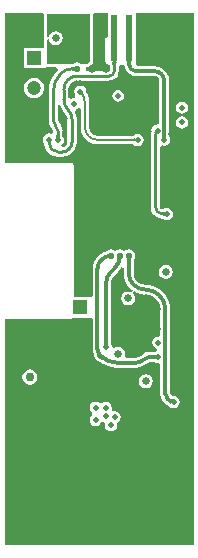
<source format=gbl>
G04*
G04 #@! TF.GenerationSoftware,Altium Limited,Altium Designer,21.0.8 (223)*
G04*
G04 Layer_Physical_Order=4*
G04 Layer_Color=16711680*
%FSLAX24Y24*%
%MOIN*%
G70*
G04*
G04 #@! TF.SameCoordinates,0C60853F-5807-4D95-8285-97C70BD38C20*
G04*
G04*
G04 #@! TF.FilePolarity,Positive*
G04*
G01*
G75*
%ADD14C,0.0080*%
%ADD15C,0.0100*%
%ADD17C,0.0295*%
%ADD34R,0.0236X0.1575*%
%ADD63C,0.0160*%
%ADD65C,0.0200*%
%ADD69C,0.0120*%
%ADD70C,0.0472*%
%ADD71R,0.0472X0.0472*%
%ADD72R,0.0492X0.0492*%
%ADD73C,0.0492*%
%ADD74C,0.0200*%
%ADD75C,0.0197*%
%ADD76C,0.0260*%
%ADD77C,0.0320*%
%ADD78C,0.0157*%
%ADD79C,0.0220*%
G36*
X282Y16908D02*
X202Y16900D01*
X197Y16925D01*
Y16113D01*
X206Y16096D01*
X250Y16024D01*
X282D01*
Y16002D01*
X341D01*
X343Y15992D01*
X347Y15941D01*
Y15787D01*
X346D01*
X344Y15783D01*
X339Y15781D01*
Y15779D01*
X-433D01*
Y15922D01*
X-408D01*
X-398Y15924D01*
X-388D01*
X-378Y15927D01*
X-369Y15929D01*
X-360Y15935D01*
X-351Y15939D01*
X-344Y15946D01*
X-336Y15952D01*
X-333Y15956D01*
X-282Y15990D01*
X-276Y15991D01*
X-268Y15996D01*
X-258Y16000D01*
X-251Y16007D01*
X-243Y16013D01*
X-237Y16021D01*
X-235Y16024D01*
X-197D01*
Y17065D01*
X-213Y17075D01*
Y17677D01*
X-139Y17717D01*
X282D01*
Y16908D01*
D02*
G37*
G36*
X-315Y16085D02*
X-326Y16083D01*
X-402Y16032D01*
X-408Y16024D01*
X-594D01*
X-654Y16064D01*
X-736Y16080D01*
X-818Y16064D01*
X-879Y16024D01*
X-1732D01*
Y16840D01*
X-1682Y16845D01*
X-1673Y16800D01*
X-1623Y16724D01*
X-1546Y16673D01*
X-1457Y16655D01*
X-1367Y16673D01*
X-1291Y16724D01*
X-1240Y16800D01*
X-1222Y16890D01*
X-1240Y16980D01*
X-1291Y17056D01*
X-1367Y17106D01*
X-1457Y17124D01*
X-1546Y17106D01*
X-1623Y17056D01*
X-1673Y16980D01*
X-1682Y16935D01*
X-1732Y16940D01*
Y17677D01*
X-315D01*
Y16085D01*
D02*
G37*
G36*
X1092Y16104D02*
X1085Y16101D01*
X1079Y16096D01*
X1074Y16089D01*
X1070Y16080D01*
X1066Y16069D01*
X1064Y16055D01*
X1062Y16040D01*
X1060Y16023D01*
X1060Y16004D01*
X940D01*
X940Y16023D01*
X936Y16055D01*
X934Y16069D01*
X930Y16080D01*
X926Y16089D01*
X921Y16096D01*
X915Y16101D01*
X908Y16104D01*
X901Y16105D01*
X1099D01*
X1092Y16104D01*
D02*
G37*
G36*
X604Y16102D02*
X593Y16096D01*
X583Y16086D01*
X574Y16072D01*
X567Y16054D01*
X561Y16032D01*
X556Y16006D01*
X553Y15976D01*
X550Y15904D01*
X450D01*
X449Y15942D01*
X444Y16006D01*
X439Y16032D01*
X433Y16054D01*
X426Y16072D01*
X417Y16086D01*
X407Y16096D01*
X396Y16102D01*
X383Y16104D01*
X617D01*
X604Y16102D01*
D02*
G37*
G36*
X-827Y15804D02*
X-829Y15806D01*
X-833Y15808D01*
X-837Y15810D01*
X-843Y15812D01*
X-849Y15813D01*
X-857Y15814D01*
X-876Y15816D01*
X-899Y15816D01*
Y15916D01*
X-887Y15916D01*
X-849Y15919D01*
X-843Y15920D01*
X-837Y15922D01*
X-833Y15924D01*
X-829Y15926D01*
X-827Y15928D01*
Y15804D01*
D02*
G37*
G36*
X-536Y15084D02*
X-536Y15076D01*
X-535Y15068D01*
X-534Y15060D01*
X-532Y15052D01*
X-529Y15043D01*
X-526Y15035D01*
X-522Y15026D01*
X-512Y15008D01*
X-575Y14955D01*
X-580Y14963D01*
X-585Y14971D01*
X-591Y14978D01*
X-597Y14983D01*
X-604Y14989D01*
X-611Y14993D01*
X-618Y14996D01*
X-626Y14999D01*
X-634Y15001D01*
X-643Y15002D01*
X-535Y15092D01*
X-536Y15084D01*
D02*
G37*
G36*
X1959Y13704D02*
X1953Y13702D01*
X1948Y13700D01*
X1943Y13697D01*
X1939Y13693D01*
X1935Y13688D01*
X1931Y13682D01*
X1928Y13675D01*
X1926Y13667D01*
X1923Y13658D01*
X1922Y13648D01*
X1833Y13709D01*
X1836Y13720D01*
X1849Y13775D01*
X1849Y13778D01*
X1959Y13704D01*
D02*
G37*
G36*
X2225Y13633D02*
X2228Y13597D01*
X2229Y13591D01*
X2230Y13586D01*
X2232Y13581D01*
X2233Y13578D01*
X2235Y13575D01*
X2095D01*
X2097Y13578D01*
X2099Y13581D01*
X2100Y13586D01*
X2102Y13591D01*
X2103Y13597D01*
X2104Y13613D01*
X2105Y13633D01*
X2105Y13644D01*
X2225D01*
X2225Y13633D01*
D02*
G37*
G36*
X-1328Y13630D02*
X-1326Y13611D01*
X-1325Y13602D01*
X-1323Y13594D01*
X-1321Y13587D01*
X-1318Y13581D01*
X-1315Y13575D01*
X-1312Y13570D01*
X-1308Y13566D01*
X-1448D01*
X-1444Y13570D01*
X-1441Y13575D01*
X-1438Y13581D01*
X-1435Y13587D01*
X-1433Y13594D01*
X-1431Y13602D01*
X-1430Y13611D01*
X-1429Y13620D01*
X-1428Y13641D01*
X-1328D01*
X-1328Y13630D01*
D02*
G37*
G36*
X1208Y13424D02*
X1202Y13430D01*
X1196Y13435D01*
X1189Y13440D01*
X1181Y13444D01*
X1173Y13447D01*
X1165Y13450D01*
X1156Y13452D01*
X1147Y13453D01*
X1138Y13454D01*
X1128Y13454D01*
Y13534D01*
X1138Y13535D01*
X1147Y13536D01*
X1156Y13537D01*
X1165Y13539D01*
X1173Y13542D01*
X1181Y13545D01*
X1189Y13549D01*
X1196Y13554D01*
X1202Y13559D01*
X1208Y13564D01*
Y13424D01*
D02*
G37*
G36*
X3150Y0D02*
X-3150D01*
X-3150Y7536D01*
X-955D01*
X-916Y7544D01*
X-883Y7566D01*
X-882Y7567D01*
X-303D01*
X-284Y7567D01*
X-223Y7521D01*
Y6539D01*
X-224D01*
X-207Y6409D01*
X-183Y6350D01*
X-183Y6347D01*
X-179Y6340D01*
X-178Y6333D01*
X-163Y6300D01*
X-163Y6299D01*
X-148Y6222D01*
X-104Y6156D01*
X-38Y6112D01*
X16Y6102D01*
X37Y6088D01*
X43Y6084D01*
X69Y6063D01*
X235Y5974D01*
X416Y5919D01*
X604Y5901D01*
Y5902D01*
X1217D01*
Y5901D01*
X1362Y5920D01*
X1497Y5976D01*
X1613Y6065D01*
X1613D01*
X1680Y6096D01*
X1686Y6097D01*
X1686Y6097D01*
X1856D01*
X1891Y6073D01*
X1969Y6058D01*
X1980Y6060D01*
X2042Y6009D01*
Y5036D01*
X2041D01*
X2056Y4922D01*
X2100Y4816D01*
X2170Y4725D01*
X2261Y4655D01*
X2287Y4644D01*
X2288Y4643D01*
X2294Y4641D01*
X2300Y4637D01*
X2334Y4622D01*
X2337Y4617D01*
X2403Y4573D01*
X2480Y4558D01*
X2558Y4573D01*
X2623Y4617D01*
X2667Y4683D01*
X2683Y4760D01*
X2667Y4837D01*
X2623Y4903D01*
X2558Y4947D01*
X2480Y4962D01*
X2444Y4955D01*
X2372Y5011D01*
X2368Y5035D01*
X2368Y5036D01*
Y7835D01*
X2369D01*
X2353Y7997D01*
X2305Y8154D01*
X2228Y8298D01*
X2125Y8424D01*
X1998Y8528D01*
X1854Y8605D01*
X1698Y8652D01*
X1535Y8668D01*
Y8668D01*
X1459Y8676D01*
X1435Y8679D01*
X1341Y8718D01*
X1260Y8780D01*
X1198Y8860D01*
X1159Y8954D01*
X1147Y9051D01*
X1147Y9055D01*
Y9502D01*
X1182Y9554D01*
X1198Y9636D01*
X1182Y9718D01*
X1136Y9788D01*
X1066Y9834D01*
X984Y9850D01*
X902Y9834D01*
X837Y9790D01*
X771Y9834D01*
X689Y9850D01*
X607Y9834D01*
X541Y9790D01*
X476Y9834D01*
X394Y9850D01*
X312Y9834D01*
X242Y9788D01*
X239Y9782D01*
X209Y9770D01*
X200Y9767D01*
X193Y9763D01*
X158Y9752D01*
X51Y9695D01*
X-42Y9619D01*
X-119Y9525D01*
X-176Y9418D01*
X-211Y9303D01*
X-223Y9184D01*
X-223Y9182D01*
Y8306D01*
X-284Y8259D01*
X-303Y8259D01*
X-853D01*
Y12631D01*
X-853Y12631D01*
Y12638D01*
X-861Y12677D01*
X-883Y12710D01*
X-916Y12732D01*
X-955Y12740D01*
X-2894Y12740D01*
X-2898Y12739D01*
X-3149Y12740D01*
X-3150Y12815D01*
X-3150Y17717D01*
X-1908D01*
X-1834Y17677D01*
Y16940D01*
X-1831Y16925D01*
X-1830Y16910D01*
X-1827Y16905D01*
X-1826Y16901D01*
X-1819Y16890D01*
X-1826Y16879D01*
X-1827Y16874D01*
X-1830Y16870D01*
X-1831Y16855D01*
X-1834Y16840D01*
Y16569D01*
X-2502D01*
Y15896D01*
X-1829D01*
Y15896D01*
X-1749Y15925D01*
X-1732Y15922D01*
X-1446D01*
X-1385Y15842D01*
X-1389Y15818D01*
X-1517Y15662D01*
X-1612Y15485D01*
X-1671Y15292D01*
X-1690Y15091D01*
X-1688D01*
Y14166D01*
X-1689D01*
X-1675Y14057D01*
X-1632Y13955D01*
X-1565Y13868D01*
Y13868D01*
X-1534Y13801D01*
X-1531Y13787D01*
X-1531Y13786D01*
Y13738D01*
X-1611Y13695D01*
X-1673Y13708D01*
X-1751Y13692D01*
X-1817Y13648D01*
X-1862Y13582D01*
X-1877Y13504D01*
X-1862Y13426D01*
X-1825Y13371D01*
X-1812Y13270D01*
X-1767Y13161D01*
X-1696Y13068D01*
X-1602Y12997D01*
X-1494Y12952D01*
X-1378Y12937D01*
Y12938D01*
X-1235D01*
Y12936D01*
X-1110Y12953D01*
X-993Y13001D01*
X-893Y13078D01*
X-816Y13178D01*
X-768Y13295D01*
X-751Y13420D01*
X-753D01*
Y14183D01*
X-751D01*
X-770Y14328D01*
X-810Y14424D01*
X-775Y14506D01*
X-765Y14515D01*
X-749Y14518D01*
X-695Y14554D01*
X-649Y14541D01*
X-615Y14520D01*
Y13907D01*
X-617D01*
X-598Y13763D01*
X-543Y13628D01*
X-454Y13513D01*
X-339Y13424D01*
X-204Y13369D01*
X-60Y13350D01*
Y13352D01*
X1134D01*
X1135Y13350D01*
X1202Y13306D01*
X1280Y13291D01*
X1358Y13306D01*
X1424Y13350D01*
X1468Y13416D01*
X1483Y13494D01*
X1468Y13572D01*
X1424Y13639D01*
X1358Y13683D01*
X1280Y13698D01*
X1202Y13683D01*
X1135Y13639D01*
X1134Y13637D01*
X-60D01*
X-60Y13637D01*
X-130Y13646D01*
X-195Y13673D01*
X-251Y13716D01*
X-294Y13772D01*
X-321Y13837D01*
X-330Y13907D01*
X-330Y13907D01*
Y14710D01*
X-329D01*
X-342Y14846D01*
X-382Y14977D01*
X-420Y15047D01*
X-422Y15055D01*
X-430Y15070D01*
X-431Y15073D01*
X-432Y15076D01*
X-433Y15078D01*
X-434Y15080D01*
X-434Y15082D01*
X-434Y15082D01*
X-434Y15086D01*
X-434Y15087D01*
X-431Y15102D01*
X-446Y15180D01*
X-491Y15246D01*
X-557Y15290D01*
X-635Y15306D01*
X-713Y15290D01*
X-779Y15246D01*
X-823Y15180D01*
X-839Y15102D01*
X-823Y15024D01*
X-796Y14982D01*
X-814Y14938D01*
X-834Y14906D01*
X-904Y14892D01*
X-948Y14862D01*
X-1019Y14890D01*
X-1028Y14898D01*
Y15172D01*
X-1028Y15173D01*
X-1018Y15250D01*
X-988Y15323D01*
X-940Y15385D01*
X-878Y15433D01*
X-805Y15463D01*
X-728Y15474D01*
X-727Y15473D01*
X339D01*
X342Y15474D01*
X420Y15484D01*
X496Y15516D01*
X561Y15565D01*
X611Y15630D01*
X642Y15706D01*
X652Y15784D01*
X653Y15787D01*
Y15928D01*
X654Y15963D01*
X718Y16002D01*
X782D01*
X843Y15957D01*
X850Y15906D01*
X888Y15814D01*
X948Y15735D01*
X1027Y15675D01*
X1118Y15637D01*
X1217Y15624D01*
Y15624D01*
X1832D01*
X1836Y15625D01*
X1898Y15613D01*
X1953Y15575D01*
X1991Y15520D01*
X2003Y15458D01*
X2002Y15454D01*
Y14053D01*
X1945Y14007D01*
X1867Y13991D01*
X1801Y13947D01*
X1757Y13881D01*
X1741Y13803D01*
X1746Y13781D01*
X1738Y13746D01*
X1736Y13740D01*
X1731Y13727D01*
X1717Y13621D01*
X1717D01*
Y11270D01*
X1717D01*
X1730Y11167D01*
X1770Y11070D01*
X1834Y10987D01*
X1917Y10924D01*
X2013Y10884D01*
X2117Y10870D01*
Y10870D01*
X2183Y10837D01*
X2186Y10835D01*
X2264Y10820D01*
X2342Y10835D01*
X2408Y10879D01*
X2452Y10946D01*
X2468Y11024D01*
X2452Y11102D01*
X2408Y11168D01*
X2342Y11212D01*
X2264Y11228D01*
X2186Y11212D01*
X2183Y11210D01*
X2117Y11177D01*
X2081Y11184D01*
X2051Y11204D01*
X2030Y11234D01*
X2023Y11270D01*
X2023D01*
Y13270D01*
X2103Y13312D01*
X2165Y13300D01*
X2243Y13316D01*
X2310Y13360D01*
X2354Y13426D01*
X2369Y13504D01*
X2354Y13582D01*
X2329Y13620D01*
X2329Y13620D01*
Y15454D01*
X2330D01*
X2313Y15583D01*
X2263Y15703D01*
X2184Y15806D01*
X2081Y15885D01*
X1961Y15935D01*
X1832Y15952D01*
Y15951D01*
X1277D01*
X1218Y16002D01*
Y17717D01*
X3150D01*
X3150Y0D01*
D02*
G37*
G36*
X-1282Y14584D02*
X-1218Y14465D01*
X-1132Y14360D01*
X-1132Y14360D01*
X-1087Y14299D01*
X-1075Y14280D01*
X-1057Y14190D01*
X-1058Y14183D01*
Y13420D01*
X-1058Y13416D01*
X-1071Y13352D01*
X-1109Y13294D01*
X-1167Y13256D01*
X-1231Y13243D01*
X-1235Y13243D01*
X-1250D01*
X-1274Y13323D01*
X-1234Y13350D01*
X-1190Y13416D01*
X-1174Y13494D01*
X-1190Y13572D01*
X-1225Y13626D01*
Y13786D01*
X-1224D01*
X-1239Y13896D01*
X-1281Y13997D01*
X-1348Y14085D01*
Y14085D01*
X-1380Y14152D01*
X-1383Y14166D01*
X-1382Y14166D01*
Y14641D01*
X-1302Y14652D01*
X-1282Y14584D01*
D02*
G37*
G36*
X2180Y10969D02*
X2179Y10970D01*
X2177Y10970D01*
X2173Y10971D01*
X2169Y10972D01*
X2156Y10973D01*
X2117Y10974D01*
Y11074D01*
X2129Y11074D01*
X2177Y11077D01*
X2179Y11078D01*
X2180Y11079D01*
Y10969D01*
D02*
G37*
G36*
X325Y9550D02*
X320Y9554D01*
X314Y9556D01*
X308Y9558D01*
X301Y9559D01*
X293Y9559D01*
X285Y9558D01*
X276Y9557D01*
X266Y9554D01*
X256Y9551D01*
X245Y9547D01*
X232Y9670D01*
X245Y9674D01*
X296Y9695D01*
X301Y9698D01*
X304Y9701D01*
X306Y9703D01*
X325Y9550D01*
D02*
G37*
G36*
X1058Y9554D02*
X1055Y9549D01*
X1053Y9543D01*
X1050Y9537D01*
X1049Y9529D01*
X1047Y9521D01*
X1046Y9512D01*
X1044Y9490D01*
X1044Y9478D01*
X924D01*
X924Y9490D01*
X922Y9521D01*
X920Y9529D01*
X918Y9537D01*
X916Y9543D01*
X913Y9549D01*
X910Y9554D01*
X907Y9558D01*
X1061D01*
X1058Y9554D01*
D02*
G37*
G36*
X758Y9551D02*
X756Y9548D01*
X753Y9544D01*
X750Y9540D01*
X747Y9534D01*
X745Y9527D01*
X738Y9509D01*
X729Y9475D01*
X607Y9485D01*
X610Y9496D01*
X614Y9516D01*
X615Y9525D01*
X615Y9534D01*
X615Y9541D01*
X613Y9548D01*
X611Y9555D01*
X609Y9560D01*
X605Y9565D01*
X758Y9551D01*
D02*
G37*
G36*
X821Y9225D02*
Y9055D01*
X821D01*
X835Y8916D01*
X875Y8782D01*
X941Y8658D01*
X1030Y8550D01*
X1106Y8487D01*
X1110Y8485D01*
X1075Y8437D01*
X1075D01*
X1075Y8437D01*
X999Y8436D01*
X965Y8443D01*
X875Y8425D01*
X799Y8374D01*
X748Y8298D01*
X730Y8209D01*
X748Y8119D01*
X799Y8043D01*
X875Y7992D01*
X965Y7974D01*
X1054Y7992D01*
X1130Y8043D01*
X1181Y8119D01*
X1199Y8209D01*
X1181Y8298D01*
X1166Y8321D01*
X1141Y8393D01*
X1171Y8443D01*
X1175Y8441D01*
X1262Y8395D01*
X1396Y8354D01*
X1535Y8340D01*
Y8340D01*
X1612Y8333D01*
X1667Y8326D01*
X1790Y8275D01*
X1895Y8194D01*
X1976Y8089D01*
X2027Y7966D01*
X2043Y7842D01*
X2042Y7835D01*
Y6983D01*
X1980Y6932D01*
X1969Y6935D01*
X1891Y6919D01*
X1825Y6875D01*
X1782Y6810D01*
X1766Y6732D01*
X1782Y6655D01*
X1825Y6589D01*
X1891Y6545D01*
X1934Y6537D01*
Y6455D01*
X1891Y6447D01*
X1856Y6423D01*
X1686D01*
Y6424D01*
X1574Y6409D01*
X1470Y6366D01*
X1380Y6297D01*
X1380Y6297D01*
X1319Y6252D01*
X1306Y6244D01*
X1223Y6227D01*
X1217Y6229D01*
X902D01*
X853Y6309D01*
X864Y6368D01*
X847Y6458D01*
X796Y6534D01*
X720Y6585D01*
X630Y6603D01*
X540Y6585D01*
X515Y6568D01*
X507Y6569D01*
X432Y6609D01*
X423Y6652D01*
X399Y6688D01*
Y8770D01*
X398Y8777D01*
X415Y8863D01*
X464Y8936D01*
X470Y8940D01*
X630Y9100D01*
X631Y9100D01*
X725Y9215D01*
X741Y9245D01*
X821Y9225D01*
D02*
G37*
G36*
X296Y6701D02*
X298Y6666D01*
X299Y6660D01*
X301Y6655D01*
X302Y6651D01*
X303Y6647D01*
X305Y6645D01*
X167D01*
X169Y6647D01*
X171Y6651D01*
X172Y6655D01*
X173Y6660D01*
X174Y6666D01*
X175Y6681D01*
X176Y6701D01*
X176Y6712D01*
X296D01*
X296Y6701D01*
D02*
G37*
G36*
X18Y6441D02*
X25Y6425D01*
X29Y6418D01*
X32Y6412D01*
X36Y6407D01*
X40Y6403D01*
X44Y6400D01*
X48Y6398D01*
X53Y6397D01*
X-58Y6314D01*
X-58Y6315D01*
X-59Y6317D01*
X-84Y6374D01*
X14Y6451D01*
X18Y6441D01*
D02*
G37*
G36*
X1898Y6191D02*
X1896Y6193D01*
X1893Y6194D01*
X1889Y6195D01*
X1883Y6197D01*
X1877Y6198D01*
X1862Y6199D01*
X1843Y6200D01*
X1831Y6200D01*
Y6320D01*
X1843Y6320D01*
X1877Y6322D01*
X1883Y6323D01*
X1889Y6324D01*
X1893Y6326D01*
X1896Y6327D01*
X1898Y6329D01*
Y6191D01*
D02*
G37*
G36*
X138Y6301D02*
X140Y6297D01*
X142Y6293D01*
X146Y6289D01*
X150Y6284D01*
X155Y6279D01*
X168Y6268D01*
X176Y6262D01*
X185Y6256D01*
X104Y6166D01*
X94Y6173D01*
X51Y6200D01*
X48Y6201D01*
X46Y6201D01*
X138Y6304D01*
X138Y6301D01*
D02*
G37*
G36*
X2369Y4851D02*
X2385Y4842D01*
X2392Y4840D01*
X2398Y4838D01*
X2404Y4837D01*
X2410Y4836D01*
X2415Y4837D01*
X2419Y4838D01*
X2423Y4840D01*
X2399Y4705D01*
X2341Y4730D01*
X2361Y4856D01*
X2369Y4851D01*
D02*
G37*
%LPC*%
G36*
X-2165Y15571D02*
X-2253Y15560D01*
X-2335Y15526D01*
X-2405Y15472D01*
X-2459Y15402D01*
X-2493Y15320D01*
X-2504Y15232D01*
X-2493Y15145D01*
X-2459Y15063D01*
X-2405Y14992D01*
X-2335Y14939D01*
X-2253Y14905D01*
X-2165Y14893D01*
X-2078Y14905D01*
X-1996Y14939D01*
X-1926Y14992D01*
X-1872Y15063D01*
X-1838Y15145D01*
X-1826Y15232D01*
X-1838Y15320D01*
X-1872Y15402D01*
X-1926Y15472D01*
X-1996Y15526D01*
X-2078Y15560D01*
X-2165Y15571D01*
D02*
G37*
G36*
X630Y15163D02*
X553Y15148D01*
X487Y15104D01*
X443Y15038D01*
X428Y14961D01*
X443Y14883D01*
X487Y14818D01*
X553Y14774D01*
X630Y14758D01*
X707Y14774D01*
X773Y14818D01*
X817Y14883D01*
X832Y14961D01*
X817Y15038D01*
X773Y15104D01*
X707Y15148D01*
X630Y15163D01*
D02*
G37*
G36*
X2756Y14771D02*
X2678Y14755D01*
X2612Y14711D01*
X2568Y14645D01*
X2552Y14567D01*
X2568Y14489D01*
X2612Y14423D01*
X2678Y14379D01*
X2756Y14363D01*
X2834Y14379D01*
X2900Y14423D01*
X2944Y14489D01*
X2960Y14567D01*
X2944Y14645D01*
X2900Y14711D01*
X2834Y14755D01*
X2756Y14771D01*
D02*
G37*
G36*
Y14279D02*
X2678Y14263D01*
X2612Y14219D01*
X2568Y14153D01*
X2552Y14075D01*
X2568Y13997D01*
X2612Y13931D01*
X2678Y13886D01*
X2756Y13871D01*
X2834Y13886D01*
X2900Y13931D01*
X2944Y13997D01*
X2960Y14075D01*
X2944Y14153D01*
X2900Y14219D01*
X2834Y14263D01*
X2756Y14279D01*
D02*
G37*
G36*
X2224Y9329D02*
X2135Y9311D01*
X2059Y9260D01*
X2008Y9184D01*
X1990Y9094D01*
X2008Y9005D01*
X2059Y8929D01*
X2135Y8878D01*
X2224Y8860D01*
X2314Y8878D01*
X2390Y8929D01*
X2441Y9005D01*
X2459Y9094D01*
X2441Y9184D01*
X2390Y9260D01*
X2314Y9311D01*
X2224Y9329D01*
D02*
G37*
G36*
X-2311Y5843D02*
X-2408Y5824D01*
X-2490Y5769D01*
X-2545Y5687D01*
X-2564Y5591D01*
X-2545Y5494D01*
X-2490Y5412D01*
X-2408Y5357D01*
X-2311Y5338D01*
X-2215Y5357D01*
X-2133Y5412D01*
X-2078Y5494D01*
X-2059Y5591D01*
X-2078Y5687D01*
X-2133Y5769D01*
X-2215Y5824D01*
X-2311Y5843D01*
D02*
G37*
G36*
X1555Y5687D02*
X1465Y5669D01*
X1389Y5619D01*
X1338Y5543D01*
X1321Y5453D01*
X1338Y5363D01*
X1389Y5287D01*
X1465Y5236D01*
X1555Y5218D01*
X1645Y5236D01*
X1721Y5287D01*
X1772Y5363D01*
X1790Y5453D01*
X1772Y5543D01*
X1721Y5619D01*
X1645Y5669D01*
X1555Y5687D01*
D02*
G37*
G36*
X221Y4769D02*
X144Y4754D01*
X78Y4710D01*
X25D01*
X-41Y4754D01*
X-118Y4769D01*
X-196Y4754D01*
X-261Y4710D01*
X-305Y4644D01*
X-320Y4567D01*
X-305Y4490D01*
X-261Y4424D01*
X-237Y4408D01*
Y4313D01*
X-261Y4297D01*
X-305Y4231D01*
X-320Y4154D01*
X-305Y4076D01*
X-261Y4010D01*
X-196Y3967D01*
X-118Y3951D01*
X-41Y3967D01*
X25Y4010D01*
X69Y4076D01*
X119Y4097D01*
X146Y4101D01*
X203Y4048D01*
X189Y3977D01*
X204Y3900D01*
X248Y3834D01*
X314Y3790D01*
X391Y3775D01*
X469Y3790D01*
X534Y3834D01*
X578Y3900D01*
X594Y3977D01*
X589Y4058D01*
X655Y4101D01*
X699Y4167D01*
X714Y4244D01*
X699Y4322D01*
X655Y4387D01*
X589Y4431D01*
X512Y4447D01*
X471Y4439D01*
X446Y4459D01*
X411Y4505D01*
X424Y4567D01*
X408Y4644D01*
X365Y4710D01*
X299Y4754D01*
X221Y4769D01*
D02*
G37*
%LPD*%
D14*
X-472Y13907D02*
G03*
X-60Y13494I412J0D01*
G01*
X-472Y14710D02*
G03*
X-635Y15102I-555J0D01*
G01*
X-60Y13494D02*
X1280D01*
X-472Y13907D02*
Y14710D01*
D15*
X1945Y13803D02*
G03*
X1870Y13621I182J-182D01*
G01*
Y11270D02*
G03*
X2117Y11024I247J0D01*
G01*
X339Y15626D02*
G03*
X500Y15787I0J161D01*
G01*
X-906Y14183D02*
G03*
X-1024Y14468I-403J0D01*
G01*
X-727Y15626D02*
G03*
X-1181Y15172I0J-454D01*
G01*
Y14849D02*
G03*
X-1024Y14468I538J0D01*
G01*
X-1673Y13386D02*
G03*
X-1378Y13091I295J0D01*
G01*
X-1235D02*
G03*
X-906Y13420I0J329D01*
G01*
X-899Y15866D02*
G03*
X-1280Y15709I0J-538D01*
G01*
D02*
G03*
X-1535Y15091I618J-618D01*
G01*
Y14166D02*
G03*
X-1457Y13976I269J0D01*
G01*
X-1378Y13786D02*
G03*
X-1457Y13976I-269J0D01*
G01*
X1945Y13776D02*
Y13803D01*
X1870Y11270D02*
Y13621D01*
X2117Y11024D02*
X2264D01*
X-727Y15626D02*
X339D01*
X-906Y13420D02*
Y14183D01*
X-1181Y14849D02*
Y15172D01*
X-1673Y13386D02*
Y13504D01*
X-1378Y13091D02*
X-1235D01*
X-899Y15866D02*
X-736D01*
X-1535Y14166D02*
Y15091D01*
X-1378Y13494D02*
Y13786D01*
X500Y15787D02*
Y16890D01*
D17*
X-2311Y5591D02*
D03*
D34*
X0Y16890D02*
D03*
X500D02*
D03*
X1000D02*
D03*
X-1000D02*
D03*
X-500D02*
D03*
D63*
X-1000Y16874D02*
G03*
X-1457Y17331I-457J0D01*
G01*
Y16417D02*
G03*
X-1000Y16874I0J457D01*
G01*
Y16890D01*
D65*
X0Y16436D02*
G03*
X236Y15866I807J0D01*
G01*
X0Y16436D02*
Y16890D01*
D69*
X984Y9055D02*
G03*
X1535Y8504I551J0D01*
G01*
X2205Y7835D02*
G03*
X1535Y8504I-669J0D01*
G01*
X2205Y5036D02*
G03*
X2480Y4760I276J0D01*
G01*
X2165Y15454D02*
G03*
X1832Y15787I-333J0D01*
G01*
X1000Y16004D02*
G03*
X1217Y15787I217J0D01*
G01*
X1686Y6260D02*
G03*
X1496Y6181I0J-269D01*
G01*
X1217Y6065D02*
G03*
X1496Y6181I0J395D01*
G01*
X-60Y6539D02*
G03*
X39Y6299I339J0D01*
G01*
D02*
G03*
X604Y6065I565J565D01*
G01*
X394Y9636D02*
G03*
X-60Y9182I0J-454D01*
G01*
X354Y9055D02*
G03*
X236Y8770I285J-285D01*
G01*
X515Y9216D02*
G03*
X689Y9636I-421J421D01*
G01*
X984Y9055D02*
Y9636D01*
X2205Y5036D02*
Y7835D01*
X2165Y13504D02*
Y15454D01*
X1000Y16004D02*
Y16890D01*
X1217Y15787D02*
X1832D01*
X1686Y6260D02*
X1969D01*
X604Y6065D02*
X1217D01*
X-60Y6539D02*
Y9182D01*
X236Y6575D02*
Y8770D01*
X354Y9055D02*
X515Y9216D01*
D70*
X-2165Y14232D02*
D03*
Y15232D02*
D03*
D71*
Y16232D02*
D03*
D72*
X-630Y7913D02*
D03*
D73*
Y7126D02*
D03*
D74*
X2756Y14075D02*
D03*
Y14567D02*
D03*
Y15059D02*
D03*
X1945Y13803D02*
D03*
X2264Y11024D02*
D03*
X-1378Y13494D02*
D03*
X-635Y15102D02*
D03*
X1280Y13494D02*
D03*
X2165Y13504D02*
D03*
X-1673D02*
D03*
D75*
X2463Y15392D02*
D03*
X-2697Y3524D02*
D03*
X-787Y4291D02*
D03*
X-118Y4154D02*
D03*
Y4567D02*
D03*
X512Y4244D02*
D03*
X391Y3977D02*
D03*
X221Y4291D02*
D03*
Y4567D02*
D03*
X630Y14961D02*
D03*
X-827Y14705D02*
D03*
X-1181Y14134D02*
D03*
X965Y15394D02*
D03*
X-650D02*
D03*
X2480Y4760D02*
D03*
X1969Y6260D02*
D03*
X1969Y6732D02*
D03*
X236Y6575D02*
D03*
X39Y6299D02*
D03*
X1969Y7205D02*
D03*
X2756Y7756D02*
D03*
X1594Y5866D02*
D03*
X-118Y5630D02*
D03*
Y5236D02*
D03*
X276Y5630D02*
D03*
Y5236D02*
D03*
X79Y5433D02*
D03*
X2835Y6260D02*
D03*
X2874Y8602D02*
D03*
X1024Y5453D02*
D03*
X2756Y4222D02*
D03*
X-906Y5256D02*
D03*
D76*
X2415Y13701D02*
D03*
X-1457Y17331D02*
D03*
X236Y15866D02*
D03*
X-1457Y16417D02*
D03*
X-236Y15866D02*
D03*
X-2047Y13504D02*
D03*
X-1457Y16890D02*
D03*
X-709Y9646D02*
D03*
X2224Y9094D02*
D03*
X2480Y5118D02*
D03*
X1555Y5453D02*
D03*
Y8209D02*
D03*
X965D02*
D03*
X630Y6368D02*
D03*
D77*
X2559Y3051D02*
D03*
X-1496Y3878D02*
D03*
X453Y3563D02*
D03*
X-433Y3799D02*
D03*
D78*
X157Y14114D02*
D03*
X-157Y14508D02*
D03*
X157D02*
D03*
X-157Y14114D02*
D03*
X0Y14311D02*
D03*
D79*
X-736Y15866D02*
D03*
X394Y9636D02*
D03*
X984D02*
D03*
X689D02*
D03*
M02*

</source>
